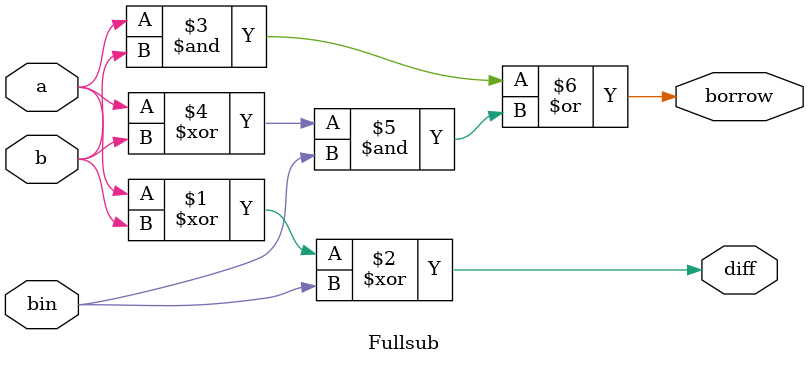
<source format=v>
module Fullsub (
    input  wire a, b, bin,       // Inputs
    output wire diff, borrow     // Outputs
);

    // Logic equations
    assign diff   = a ^ b ^ bin;                  // Difference
    assign borrow = (a & b) | ((a ^ b) & bin);  // Borrow logic

endmodule
</source>
